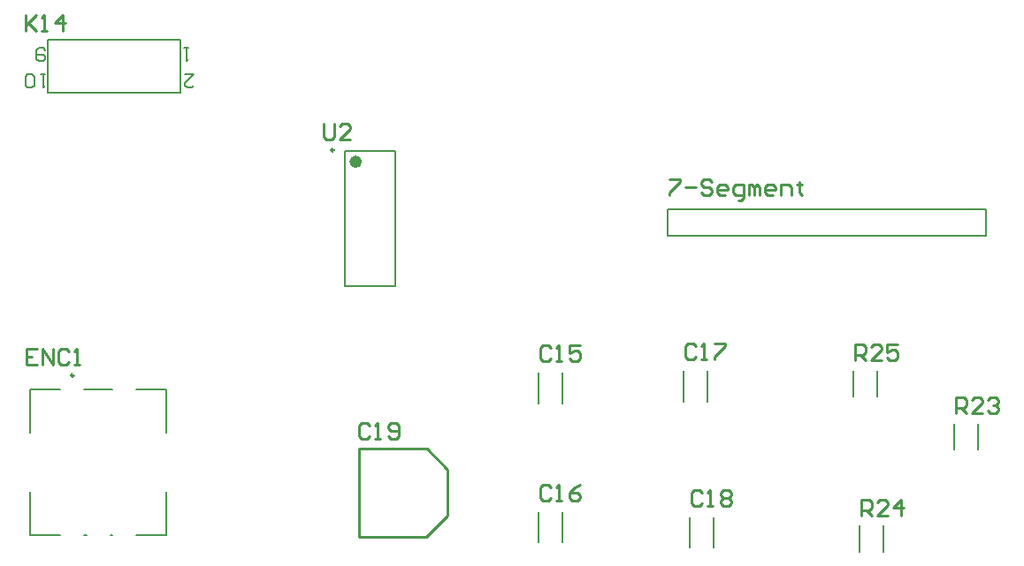
<source format=gto>
G04*
G04 #@! TF.GenerationSoftware,Altium Limited,Altium Designer,23.2.1 (34)*
G04*
G04 Layer_Color=65535*
%FSLAX25Y25*%
%MOIN*%
G70*
G04*
G04 #@! TF.SameCoordinates,BF209CEF-B3CD-4BDF-936B-CE2084C87205*
G04*
G04*
G04 #@! TF.FilePolarity,Positive*
G04*
G01*
G75*
%ADD10C,0.00984*%
%ADD11C,0.02362*%
%ADD12C,0.01000*%
%ADD13C,0.00787*%
%ADD14C,0.00800*%
D10*
X175221Y209846D02*
G03*
X175221Y209846I-492J0D01*
G01*
X77150Y124776D02*
G03*
X77150Y124776I-492J0D01*
G01*
D11*
X184669Y205457D02*
G03*
X184669Y205457I-1181J0D01*
G01*
D12*
X184732Y97232D02*
X210268D01*
X184768Y63768D02*
Y97197D01*
Y63768D02*
X210232D01*
X218232Y71768D01*
Y80500D01*
Y89268D01*
X210268Y97232D02*
X218232Y89268D01*
X171400Y219798D02*
Y214800D01*
X172400Y213800D01*
X174399D01*
X175399Y214800D01*
Y219798D01*
X181397Y213800D02*
X177398D01*
X181397Y217799D01*
Y218798D01*
X180397Y219798D01*
X178398D01*
X177398Y218798D01*
X371700Y130500D02*
Y136498D01*
X374699D01*
X375699Y135498D01*
Y133499D01*
X374699Y132499D01*
X371700D01*
X373699D02*
X375699Y130500D01*
X381697D02*
X377698D01*
X381697Y134499D01*
Y135498D01*
X380697Y136498D01*
X378698D01*
X377698Y135498D01*
X387695Y136498D02*
X383696D01*
Y133499D01*
X385696Y134499D01*
X386695D01*
X387695Y133499D01*
Y131500D01*
X386695Y130500D01*
X384696D01*
X383696Y131500D01*
X374200Y72000D02*
Y77998D01*
X377199D01*
X378199Y76998D01*
Y74999D01*
X377199Y73999D01*
X374200D01*
X376199D02*
X378199Y72000D01*
X384197D02*
X380198D01*
X384197Y75999D01*
Y76998D01*
X383197Y77998D01*
X381198D01*
X380198Y76998D01*
X389195Y72000D02*
Y77998D01*
X386196Y74999D01*
X390195D01*
X409700Y110500D02*
Y116498D01*
X412699D01*
X413699Y115498D01*
Y113499D01*
X412699Y112499D01*
X409700D01*
X411699D02*
X413699Y110500D01*
X419697D02*
X415698D01*
X419697Y114499D01*
Y115498D01*
X418697Y116498D01*
X416698D01*
X415698Y115498D01*
X421696D02*
X422696Y116498D01*
X424695D01*
X425695Y115498D01*
Y114499D01*
X424695Y113499D01*
X423696D01*
X424695D01*
X425695Y112499D01*
Y111500D01*
X424695Y110500D01*
X422696D01*
X421696Y111500D01*
X59200Y260898D02*
Y254900D01*
Y256899D01*
X63199Y260898D01*
X60200Y257899D01*
X63199Y254900D01*
X65198D02*
X67197D01*
X66198D01*
Y260898D01*
X65198Y259898D01*
X73195Y254900D02*
Y260898D01*
X70196Y257899D01*
X74195D01*
X63499Y134798D02*
X59500D01*
Y128800D01*
X63499D01*
X59500Y131799D02*
X61499D01*
X65498Y128800D02*
Y134798D01*
X69497Y128800D01*
Y134798D01*
X75495Y133798D02*
X74495Y134798D01*
X72496D01*
X71496Y133798D01*
Y129800D01*
X72496Y128800D01*
X74495D01*
X75495Y129800D01*
X77494Y128800D02*
X79493D01*
X78494D01*
Y134798D01*
X77494Y133798D01*
X188599Y105698D02*
X187599Y106698D01*
X185600D01*
X184600Y105698D01*
Y101700D01*
X185600Y100700D01*
X187599D01*
X188599Y101700D01*
X190598Y100700D02*
X192597D01*
X191598D01*
Y106698D01*
X190598Y105698D01*
X195596Y101700D02*
X196596Y100700D01*
X198595D01*
X199595Y101700D01*
Y105698D01*
X198595Y106698D01*
X196596D01*
X195596Y105698D01*
Y104699D01*
X196596Y103699D01*
X199595D01*
X314199Y80598D02*
X313199Y81598D01*
X311200D01*
X310200Y80598D01*
Y76600D01*
X311200Y75600D01*
X313199D01*
X314199Y76600D01*
X316198Y75600D02*
X318197D01*
X317198D01*
Y81598D01*
X316198Y80598D01*
X321196D02*
X322196Y81598D01*
X324196D01*
X325195Y80598D01*
Y79599D01*
X324196Y78599D01*
X325195Y77599D01*
Y76600D01*
X324196Y75600D01*
X322196D01*
X321196Y76600D01*
Y77599D01*
X322196Y78599D01*
X321196Y79599D01*
Y80598D01*
X322196Y78599D02*
X324196D01*
X311699Y135798D02*
X310699Y136798D01*
X308700D01*
X307700Y135798D01*
Y131800D01*
X308700Y130800D01*
X310699D01*
X311699Y131800D01*
X313698Y130800D02*
X315697D01*
X314698D01*
Y136798D01*
X313698Y135798D01*
X318696Y136798D02*
X322695D01*
Y135798D01*
X318696Y131800D01*
Y130800D01*
X257199Y82598D02*
X256199Y83598D01*
X254200D01*
X253200Y82598D01*
Y78600D01*
X254200Y77600D01*
X256199D01*
X257199Y78600D01*
X259198Y77600D02*
X261197D01*
X260198D01*
Y83598D01*
X259198Y82598D01*
X268195Y83598D02*
X266196Y82598D01*
X264196Y80599D01*
Y78600D01*
X265196Y77600D01*
X267196D01*
X268195Y78600D01*
Y79599D01*
X267196Y80599D01*
X264196D01*
X257199Y135098D02*
X256199Y136098D01*
X254200D01*
X253200Y135098D01*
Y131100D01*
X254200Y130100D01*
X256199D01*
X257199Y131100D01*
X259198Y130100D02*
X261197D01*
X260198D01*
Y136098D01*
X259198Y135098D01*
X268195Y136098D02*
X264196D01*
Y133099D01*
X266196Y134099D01*
X267196D01*
X268195Y133099D01*
Y131100D01*
X267196Y130100D01*
X265196D01*
X264196Y131100D01*
X301600Y198898D02*
X305599D01*
Y197898D01*
X301600Y193900D01*
Y192900D01*
X307598Y195899D02*
X311597D01*
X317595Y197898D02*
X316595Y198898D01*
X314596D01*
X313596Y197898D01*
Y196899D01*
X314596Y195899D01*
X316595D01*
X317595Y194899D01*
Y193900D01*
X316595Y192900D01*
X314596D01*
X313596Y193900D01*
X322593Y192900D02*
X320594D01*
X319594Y193900D01*
Y195899D01*
X320594Y196899D01*
X322593D01*
X323593Y195899D01*
Y194899D01*
X319594D01*
X327592Y190901D02*
X328591D01*
X329591Y191900D01*
Y196899D01*
X326592D01*
X325592Y195899D01*
Y193900D01*
X326592Y192900D01*
X329591D01*
X331590D02*
Y196899D01*
X332590D01*
X333590Y195899D01*
Y192900D01*
Y195899D01*
X334589Y196899D01*
X335589Y195899D01*
Y192900D01*
X340587D02*
X338588D01*
X337588Y193900D01*
Y195899D01*
X338588Y196899D01*
X340587D01*
X341587Y195899D01*
Y194899D01*
X337588D01*
X343586Y192900D02*
Y196899D01*
X346585D01*
X347585Y195899D01*
Y192900D01*
X350584Y197898D02*
Y196899D01*
X349585D01*
X351584D01*
X350584D01*
Y193900D01*
X351584Y192900D01*
D13*
X252559Y114279D02*
Y125721D01*
X261441Y114279D02*
Y125721D01*
X179551Y158606D02*
Y209394D01*
X198449Y158606D02*
Y209394D01*
X179551D02*
X198449D01*
X179551Y158606D02*
X198449D01*
X308500Y187500D02*
X421000D01*
X301000D02*
X308500D01*
X301000Y177500D02*
Y187500D01*
Y177500D02*
X421000D01*
Y187500D01*
X417929Y96808D02*
Y106674D01*
X409071Y96808D02*
Y106674D01*
X382429Y58326D02*
Y68192D01*
X373571Y58326D02*
Y68192D01*
X379929Y116808D02*
Y126674D01*
X371071Y116808D02*
Y126674D01*
X318441Y59779D02*
Y71221D01*
X309559Y59779D02*
Y71221D01*
X307059Y114932D02*
Y126374D01*
X315941Y114932D02*
Y126374D01*
X252559Y61779D02*
Y73221D01*
X261441Y61779D02*
Y73221D01*
X67500Y251500D02*
X117500D01*
X67500Y231500D02*
X117500D01*
Y251500D01*
X67500Y231500D02*
Y251500D01*
X60909Y119362D02*
X72130D01*
X81185D02*
X91815D01*
X100870D02*
X112091D01*
Y64638D02*
Y80681D01*
Y103319D02*
Y119362D01*
X60909Y64638D02*
X72130D01*
X81185D02*
X81972D01*
X91028D02*
X91815D01*
X100870D02*
X112091D01*
X60909D02*
Y80681D01*
Y103319D02*
Y119362D01*
D14*
X66500Y238500D02*
X64834D01*
X65667D01*
Y233502D01*
X66500Y234335D01*
X62335D02*
X61502Y233502D01*
X59835D01*
X59002Y234335D01*
Y237667D01*
X59835Y238500D01*
X61502D01*
X62335Y237667D01*
Y234335D01*
X66500Y247667D02*
X65667Y248500D01*
X64001D01*
X63168Y247667D01*
Y244335D01*
X64001Y243502D01*
X65667D01*
X66500Y244335D01*
Y245168D01*
X65667Y246001D01*
X63168D01*
X120500Y248500D02*
X118834D01*
X119667D01*
Y243502D01*
X120500Y244335D01*
X119168Y238500D02*
X122500D01*
X119168Y235168D01*
Y234335D01*
X120001Y233502D01*
X121667D01*
X122500Y234335D01*
M02*

</source>
